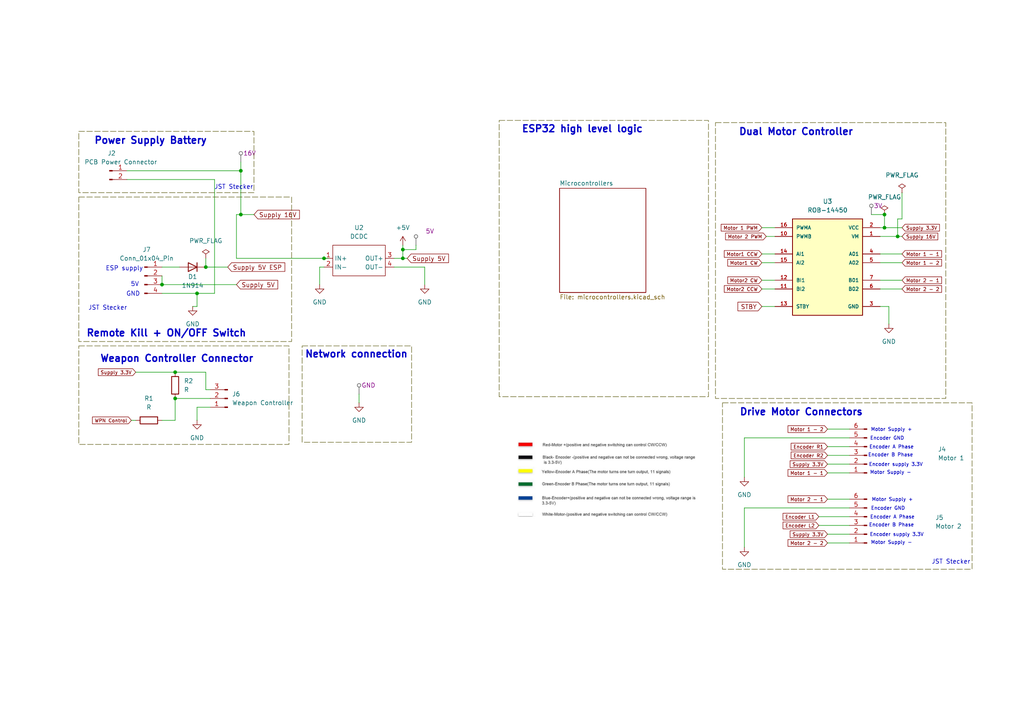
<source format=kicad_sch>
(kicad_sch (version 20250114) (generator "eeschema") (generator_version "9.0")
  (paper "A4")
  (lib_symbols
    (symbol "Connector:Conn_01x02_Pin" (pin_names (offset 1.016) (hide yes))
      (property "Reference" "J" (at 0 2.54 0))
      (property "Value" "Conn_01x02_Pin" (at 0 -5.08 0))
      (symbol "Conn_01x02_Pin_1_1"
        (rectangle (start 0.8636 0.127) (end 0 -0.127) (stroke (width 0.1524)) (fill (type outline)))
        (rectangle (start 0.8636 -2.413) (end 0 -2.667) (stroke (width 0.1524)) (fill (type outline)))
        (polyline (pts (xy 1.27 0) (xy 0.8636 0)) (stroke (width 0.1524)))
        (polyline (pts (xy 1.27 -2.54) (xy 0.8636 -2.54)) (stroke (width 0.1524)))
        (pin passive line (at 5.08 0 180) (length 3.81) (name "Pin_1") (number "1"))
        (pin passive line (at 5.08 -2.54 180) (length 3.81) (name "Pin_2") (number "2"))
      )
    )
    (symbol "Connector:Conn_01x03_Pin" (pin_names (offset 1.016) (hide yes))
      (property "Reference" "J" (at 0 5.08 0))
      (property "Value" "Conn_01x03_Pin" (at 0 -5.08 0))
      (symbol "Conn_01x03_Pin_1_1"
        (rectangle (start 0.8636 2.667) (end 0 2.413) (stroke (width 0.1524)) (fill (type outline)))
        (rectangle (start 0.8636 0.127) (end 0 -0.127) (stroke (width 0.1524)) (fill (type outline)))
        (rectangle (start 0.8636 -2.413) (end 0 -2.667) (stroke (width 0.1524)) (fill (type outline)))
        (polyline (pts (xy 1.27 2.54) (xy 0.8636 2.54)) (stroke (width 0.1524)))
        (polyline (pts (xy 1.27 0) (xy 0.8636 0)) (stroke (width 0.1524)))
        (polyline (pts (xy 1.27 -2.54) (xy 0.8636 -2.54)) (stroke (width 0.1524)))
        (pin passive line (at 5.08 2.54 180) (length 3.81) (name "Pin_1") (number "1"))
        (pin passive line (at 5.08 0 180) (length 3.81) (name "Pin_2") (number "2"))
        (pin passive line (at 5.08 -2.54 180) (length 3.81) (name "Pin_3") (number "3"))
      )
    )
    (symbol "Connector:Conn_01x04_Pin" (pin_names (offset 1.016) (hide yes))
      (property "Reference" "J" (at 0 5.08 0))
      (property "Value" "Conn_01x04_Pin" (at 0 -7.62 0))
      (symbol "Conn_01x04_Pin_1_1"
        (rectangle (start 0.8636 2.667) (end 0 2.413) (stroke (width 0.1524)) (fill (type outline)))
        (rectangle (start 0.8636 0.127) (end 0 -0.127) (stroke (width 0.1524)) (fill (type outline)))
        (rectangle (start 0.8636 -2.413) (end 0 -2.667) (stroke (width 0.1524)) (fill (type outline)))
        (rectangle (start 0.8636 -4.953) (end 0 -5.207) (stroke (width 0.1524)) (fill (type outline)))
        (polyline (pts (xy 1.27 2.54) (xy 0.8636 2.54)) (stroke (width 0.1524)))
        (polyline (pts (xy 1.27 0) (xy 0.8636 0)) (stroke (width 0.1524)))
        (polyline (pts (xy 1.27 -2.54) (xy 0.8636 -2.54)) (stroke (width 0.1524)))
        (polyline (pts (xy 1.27 -5.08) (xy 0.8636 -5.08)) (stroke (width 0.1524)))
        (pin passive line (at 5.08 2.54 180) (length 3.81) (name "Pin_1") (number "1"))
        (pin passive line (at 5.08 0 180) (length 3.81) (name "Pin_2") (number "2"))
        (pin passive line (at 5.08 -2.54 180) (length 3.81) (name "Pin_3") (number "3"))
        (pin passive line (at 5.08 -5.08 180) (length 3.81) (name "Pin_4") (number "4"))
      )
    )
    (symbol "Connector:Conn_01x06_Pin" (pin_names (offset 1.016) (hide yes))
      (property "Reference" "J" (at 0 7.62 0))
      (property "Value" "Conn_01x06_Pin" (at 0 -10.16 0))
      (symbol "Conn_01x06_Pin_1_1"
        (rectangle (start 0.8636 5.207) (end 0 4.953) (stroke (width 0.1524)) (fill (type outline)))
        (rectangle (start 0.8636 2.667) (end 0 2.413) (stroke (width 0.1524)) (fill (type outline)))
        (rectangle (start 0.8636 0.127) (end 0 -0.127) (stroke (width 0.1524)) (fill (type outline)))
        (rectangle (start 0.8636 -2.413) (end 0 -2.667) (stroke (width 0.1524)) (fill (type outline)))
        (rectangle (start 0.8636 -4.953) (end 0 -5.207) (stroke (width 0.1524)) (fill (type outline)))
        (rectangle (start 0.8636 -7.493) (end 0 -7.747) (stroke (width 0.1524)) (fill (type outline)))
        (polyline (pts (xy 1.27 5.08) (xy 0.8636 5.08)) (stroke (width 0.1524)))
        (polyline (pts (xy 1.27 2.54) (xy 0.8636 2.54)) (stroke (width 0.1524)))
        (polyline (pts (xy 1.27 0) (xy 0.8636 0)) (stroke (width 0.1524)))
        (polyline (pts (xy 1.27 -2.54) (xy 0.8636 -2.54)) (stroke (width 0.1524)))
        (polyline (pts (xy 1.27 -5.08) (xy 0.8636 -5.08)) (stroke (width 0.1524)))
        (polyline (pts (xy 1.27 -7.62) (xy 0.8636 -7.62)) (stroke (width 0.1524)))
        (pin passive line (at 5.08 5.08 180) (length 3.81) (name "Pin_1") (number "1"))
        (pin passive line (at 5.08 2.54 180) (length 3.81) (name "Pin_2") (number "2"))
        (pin passive line (at 5.08 0 180) (length 3.81) (name "Pin_3") (number "3"))
        (pin passive line (at 5.08 -2.54 180) (length 3.81) (name "Pin_4") (number "4"))
        (pin passive line (at 5.08 -5.08 180) (length 3.81) (name "Pin_5") (number "5"))
        (pin passive line (at 5.08 -7.62 180) (length 3.81) (name "Pin_6") (number "6"))
      )
    )
    (symbol "Device:R" (pin_numbers (hide yes)) (pin_names (offset 0))
      (property "Reference" "R" (at 2.032 0 90))
      (property "Value" "R" (at 0 0 90))
      (symbol "R_0_1"
        (rectangle (start -1.016 -2.54) (end 1.016 2.54) (stroke (width 0.254)))
      )
      (symbol "R_1_1"
        (pin passive line (at 0 3.81 270) (length 1.27) (name "~") (number "1"))
        (pin passive line (at 0 -3.81 90) (length 1.27) (name "~") (number "2"))
      )
    )
    (symbol "Diode:1N914" (pin_numbers (hide yes)) (pin_names (hide yes))
      (property "Reference" "D" (at 0 2.54 0))
      (property "Value" "1N914" (at 0 -2.54 0))
      (symbol "1N914_0_1"
        (polyline (pts (xy -1.27 1.27) (xy -1.27 -1.27)) (stroke (width 0.254)))
        (polyline (pts (xy 1.27 1.27) (xy 1.27 -1.27) (xy -1.27 0) (xy 1.27 1.27)) (stroke (width 0.254)))
        (polyline (pts (xy 1.27 0) (xy -1.27 0)))
      )
      (symbol "1N914_1_1"
        (pin passive line (at -3.81 0 0) (length 2.54) (name "K") (number "1"))
        (pin passive line (at 3.81 0 180) (length 2.54) (name "A") (number "2"))
      )
    )
    (symbol "ROB-14450:ROB-14450" (pin_names (offset 1.016))
      (property "Reference" "U" (at -10.16 16.002 0))
      (property "Value" "ROB-14450" (at -10.16 -15.24 0))
      (symbol "ROB-14450_0_0"
        (rectangle (start -10.16 -12.7) (end 10.16 15.24) (stroke (width 0.254)) (fill (type background)))
        (pin input line (at -15.24 12.7 0) (length 5.08) (name "PWMA") (number "16"))
        (pin input line (at -15.24 10.16 0) (length 5.08) (name "PWMB") (number "10"))
        (pin input line (at -15.24 5.08 0) (length 5.08) (name "AI1") (number "14"))
        (pin input line (at -15.24 2.54 0) (length 5.08) (name "AI2") (number "15"))
        (pin input line (at -15.24 -2.54 0) (length 5.08) (name "BI1") (number "12"))
        (pin input line (at -15.24 -5.08 0) (length 5.08) (name "BI2") (number "11"))
        (pin input line (at -15.24 -10.16 0) (length 5.08) (name "STBY") (number "13"))
        (pin power_in line (at 15.24 12.7 180) (length 5.08) (name "VCC") (number "2"))
        (pin power_in line (at 15.24 10.16 180) (length 5.08) (name "VM") (number "1"))
        (pin output line (at 15.24 5.08 180) (length 5.08) (name "A01") (number "4"))
        (pin output line (at 15.24 2.54 180) (length 5.08) (name "A02") (number "5"))
        (pin output line (at 15.24 -2.54 180) (length 5.08) (name "B01") (number "7"))
        (pin output line (at 15.24 -5.08 180) (length 5.08) (name "B02") (number "6"))
        (pin power_in line (at 15.24 -10.16 180) (length 5.08) (name "GND") (number "3"))
        (pin power_in line (at 15.24 -10.16 180) (length 5.08) (hide yes) (name "GND") (number "8"))
        (pin power_in line (at 15.24 -10.16 180) (length 5.08) (hide yes) (name "GND") (number "9"))
      )
    )
    (symbol "buck_converter_robofetz:buck_converter_robofetz"
      (property "Reference" "U" (at 0 0 0))
      (symbol "buck_converter_robofetz_0_1"
        (rectangle (start -7.62 -1.27) (end 7.62 -10.16))
      )
      (symbol "buck_converter_robofetz_1_1"
        (pin power_in line (at -10.16 -5.08 0) (length 2.54) (name "IN+") (number "1"))
        (pin power_in line (at -10.16 -7.62 0) (length 2.54) (name "IN-") (number "2"))
        (pin power_out line (at 10.16 -5.08 180) (length 2.54) (name "OUT+") (number "3"))
        (pin power_out line (at 10.16 -7.62 180) (length 2.54) (name "OUT-") (number "4"))
      )
    )
    (symbol "power:+5V" (power) (pin_numbers (hide yes)) (pin_names (offset 0) (hide yes))
      (property "Value" "+5V" (at 0 3.556 0))
      (symbol "+5V_0_1"
        (polyline (pts (xy -0.762 1.27) (xy 0 2.54)))
        (polyline (pts (xy 0 2.54) (xy 0.762 1.27)))
        (polyline (pts (xy 0 0) (xy 0 2.54)))
      )
      (symbol "+5V_1_1"
        (pin power_in line (at 0 0 90) (length 0) (name "~") (number "1"))
      )
    )
    (symbol "power:GND" (power) (pin_numbers (hide yes)) (pin_names (offset 0) (hide yes))
      (property "Value" "GND" (at 0 -3.81 0))
      (symbol "GND_0_1"
        (polyline (pts (xy 0 0) (xy 0 -1.27) (xy 1.27 -1.27) (xy 0 -2.54) (xy -1.27 -1.27) (xy 0 -1.27)))
      )
      (symbol "GND_1_1"
        (pin power_in line (at 0 0 270) (length 0) (name "~") (number "1"))
      )
    )
    (symbol "power:PWR_FLAG" (power) (pin_numbers (hide yes)) (pin_names (offset 0) (hide yes))
      (property "Value" "PWR_FLAG" (at 0 3.81 0))
      (symbol "PWR_FLAG_0_0"
        (pin power_out line (at 0 0 90) (length 0) (name "~") (number "1"))
      )
      (symbol "PWR_FLAG_0_1"
        (polyline (pts (xy 0 0) (xy 0 1.27) (xy -1.016 1.905) (xy 0 2.54) (xy 1.016 1.905) (xy 0 1.27)))
      )
    )
  )
  (rectangle (start 22.86 38.1) (end 73.66 55.88) (stroke (width 0) (type dash) (color 97 95 24 1)))
  (rectangle (start 207.518 35.56) (end 274.32 115.57) (stroke (width 0) (type dash) (color 97 95 24 1)))
  (rectangle (start 22.86 57.15) (end 84.582 99.06) (stroke (width 0) (type dash) (color 97 95 24 1)))
  (rectangle (start 209.55 116.84) (end 281.94 165.1) (stroke (width 0) (type dash) (color 97 95 24 1)))
  (rectangle (start 87.63 100.33) (end 119.38 128.27) (stroke (width 0) (type dash) (color 97 95 24 1)))
  (rectangle (start 144.78 34.925) (end 205.486 115.062) (stroke (width 0) (type dash) (color 97 95 24 1)))
  (rectangle (start 22.86 100.33) (end 83.82 128.905) (stroke (width 0) (type dash) (color 97 95 24 1)))
  (text "Encoder B Phase" (at 258.572 152.4 0) (effects (font (size 1 1))))
  (text "Encoder GND" (at 257.556 147.574 0) (effects (font (size 1 1))))
  (text "Remote Kill + ON/OFF Switch" (at 48.26 96.774 0) (effects (font (size 2 2) (thickness 0.4) (bold yes))))
  (text "Motor Supply -" (at 258.572 157.48 0) (effects (font (size 1 1))))
  (text "JST Stecker\n" (at 67.818 54.356 0) (effects (font (size 1.27 1.27))))
  (text "JST Stecker\n" (at 275.844 163.068 0) (effects (font (size 1.27 1.27))))
  (text "Encoder GND" (at 257.302 127.254 0) (effects (font (size 1 1))))
  (text "ESP supply" (at 36.068 77.978 0) (effects (font (size 1.27 1.27))))
  (text "Weapon Controller Connector" (at 51.308 104.14 0) (effects (font (size 2 2) (thickness 0.4) (bold yes))))
  (text "JST Stecker\n" (at 31.242 89.408 0) (effects (font (size 1.27 1.27))))
  (text "5V" (at 39.116 82.55 0) (effects (font (size 1.27 1.27))))
  (text "ESP32 high level logic\n\n\n" (at 168.91 40.767 0) (effects (font (size 2 2) (thickness 0.4) (bold yes))))
  (text "Motor Supply +" (at 258.572 124.714 0) (effects (font (size 1 1))))
  (text "Encoder A Phase" (at 258.572 129.794 0) (effects (font (size 1 1))))
  (text "Drive Motor Connectors\n" (at 232.41 119.634 0) (effects (font (size 2 2) (thickness 0.4) (bold yes))))
  (text "Encoder supply 3.3V" (at 259.842 134.874 0) (effects (font (size 1 1))))
  (text "Motor Supply -" (at 258.318 137.16 0) (effects (font (size 1 1))))
  (text "Encoder A Phase" (at 258.826 150.114 0) (effects (font (size 1 1))))
  (text "Encoder B Phase" (at 258.318 132.08 0) (effects (font (size 1 1))))
  (text "Encoder supply 3.3V" (at 260.096 155.194 0) (effects (font (size 1 1))))
  (text "Network connection" (at 103.378 102.87 0) (effects (font (size 2 2) (thickness 0.4) (bold yes))))
  (text "Motor Supply +" (at 258.826 145.034 0) (effects (font (size 1 1))))
  (text "Dual Motor Controller\n" (at 230.886 38.354 0) (effects (font (size 2 2) (thickness 0.4) (bold yes))))
  (text "GND\n" (at 38.608 85.344 0) (effects (font (size 1.27 1.27))))
  (text "Power Supply Battery" (at 43.688 40.894 0) (effects (font (size 2 2) (thickness 0.4) (bold yes))))
  (junction (at 256.54 66.04))
  (junction (at 116.84 74.93))
  (junction (at 256.54 62.23))
  (junction (at 57.15 85.09))
  (junction (at 69.85 49.53))
  (junction (at 260.35 68.58))
  (junction (at 116.84 72.39))
  (junction (at 93.98 74.93))
  (junction (at 50.8 107.95))
  (junction (at 69.85 62.23))
  (junction (at 50.8 115.57))
  (junction (at 46.99 82.55))
  (junction (at 59.69 77.47))
  (wire (pts (xy 252.73 62.23) (xy 256.54 62.23)))
  (wire (pts (xy 255.27 76.2) (xy 261.62 76.2)))
  (wire (pts (xy 255.27 68.58) (xy 260.35 68.58)))
  (wire (pts (xy 256.54 66.04) (xy 261.62 66.04)))
  (wire (pts (xy 68.58 62.23) (xy 68.58 74.93)))
  (wire (pts (xy 220.98 76.2) (xy 224.79 76.2)))
  (wire (pts (xy 220.98 88.9) (xy 224.79 88.9)))
  (wire (pts (xy 220.98 83.82) (xy 224.79 83.82)))
  (wire (pts (xy 255.27 81.28) (xy 261.62 81.28)))
  (wire (pts (xy 93.98 74.93) (xy 95.25 74.93)))
  (wire (pts (xy 240.03 129.54) (xy 246.38 129.54)))
  (wire (pts (xy 62.23 52.07) (xy 62.23 85.09)))
  (wire (pts (xy 114.3 77.47) (xy 123.19 77.47)))
  (wire (pts (xy 92.71 77.47) (xy 93.98 77.47)))
  (wire (pts (xy 36.83 49.53) (xy 69.85 49.53)))
  (wire (pts (xy 257.81 88.9) (xy 257.81 93.98)))
  (wire (pts (xy 114.3 74.93) (xy 116.84 74.93)))
  (wire (pts (xy 69.85 49.53) (xy 69.85 46.99)))
  (wire (pts (xy 237.49 149.86) (xy 246.38 149.86)))
  (wire (pts (xy 261.62 63.5) (xy 260.35 63.5)))
  (wire (pts (xy 68.58 74.93) (xy 93.98 74.93)))
  (wire (pts (xy 50.8 107.95) (xy 59.69 107.95)))
  (wire (pts (xy 60.96 118.11) (xy 57.15 118.11)))
  (wire (pts (xy 46.99 82.55) (xy 68.58 82.55)))
  (wire (pts (xy 246.38 127) (xy 215.9 127)))
  (wire (pts (xy 260.35 63.5) (xy 260.35 68.58)))
  (wire (pts (xy 215.9 127) (xy 215.9 138.43)))
  (wire (pts (xy 237.49 152.4) (xy 246.38 152.4)))
  (wire (pts (xy 104.14 114.3) (xy 104.14 116.84)))
  (wire (pts (xy 260.35 68.58) (xy 261.62 68.58)))
  (wire (pts (xy 240.03 134.62) (xy 246.38 134.62)))
  (wire (pts (xy 215.9 147.32) (xy 215.9 158.75)))
  (wire (pts (xy 240.03 124.46) (xy 246.38 124.46)))
  (wire (pts (xy 240.03 132.08) (xy 246.38 132.08)))
  (wire (pts (xy 116.84 74.93) (xy 118.11 74.93)))
  (wire (pts (xy 59.69 113.03) (xy 60.96 113.03)))
  (wire (pts (xy 57.15 118.11) (xy 57.15 121.92)))
  (wire (pts (xy 246.38 147.32) (xy 215.9 147.32)))
  (wire (pts (xy 59.69 74.93) (xy 59.69 77.47)))
  (wire (pts (xy 46.99 77.47) (xy 52.07 77.47)))
  (wire (pts (xy 120.65 71.12) (xy 120.65 72.39)))
  (wire (pts (xy 57.15 88.9) (xy 55.88 88.9)))
  (wire (pts (xy 59.69 107.95) (xy 59.69 113.03)))
  (wire (pts (xy 120.65 72.39) (xy 116.84 72.39)))
  (wire (pts (xy 36.83 52.07) (xy 62.23 52.07)))
  (wire (pts (xy 46.99 85.09) (xy 57.15 85.09)))
  (wire (pts (xy 92.71 77.47) (xy 92.71 82.55)))
  (wire (pts (xy 255.27 83.82) (xy 261.62 83.82)))
  (wire (pts (xy 39.37 107.95) (xy 50.8 107.95)))
  (wire (pts (xy 240.03 137.16) (xy 246.38 137.16)))
  (wire (pts (xy 38.1 121.92) (xy 39.37 121.92)))
  (wire (pts (xy 46.99 80.01) (xy 46.99 82.55)))
  (wire (pts (xy 50.8 115.57) (xy 50.8 121.92)))
  (wire (pts (xy 261.62 55.88) (xy 261.62 63.5)))
  (wire (pts (xy 240.03 154.94) (xy 246.38 154.94)))
  (wire (pts (xy 256.54 62.23) (xy 256.54 66.04)))
  (wire (pts (xy 116.84 72.39) (xy 116.84 74.93)))
  (wire (pts (xy 57.15 85.09) (xy 57.15 88.9)))
  (wire (pts (xy 255.27 73.66) (xy 261.62 73.66)))
  (wire (pts (xy 240.03 144.78) (xy 246.38 144.78)))
  (wire (pts (xy 116.84 71.12) (xy 116.84 72.39)))
  (wire (pts (xy 255.27 88.9) (xy 257.81 88.9)))
  (wire (pts (xy 69.85 49.53) (xy 69.85 62.23)))
  (wire (pts (xy 69.85 62.23) (xy 73.66 62.23)))
  (wire (pts (xy 50.8 121.92) (xy 46.99 121.92)))
  (wire (pts (xy 240.03 157.48) (xy 246.38 157.48)))
  (wire (pts (xy 57.15 85.09) (xy 62.23 85.09)))
  (wire (pts (xy 59.69 77.47) (xy 66.04 77.47)))
  (wire (pts (xy 220.98 73.66) (xy 224.79 73.66)))
  (wire (pts (xy 220.98 66.04) (xy 224.79 66.04)))
  (wire (pts (xy 220.98 81.28) (xy 224.79 81.28)))
  (wire (pts (xy 68.58 62.23) (xy 69.85 62.23)))
  (wire (pts (xy 222.25 68.58) (xy 224.79 68.58)))
  (wire (pts (xy 123.19 77.47) (xy 123.19 82.55)))
  (wire (pts (xy 255.27 66.04) (xy 256.54 66.04)))
  (wire (pts (xy 50.8 115.57) (xy 60.96 115.57)))
  (image (at 176.276 137.414) (scale 1.25966))
  (global_label "Encoder R2" (shape input) (at 240.03 132.08 180) (effects (font (size 1 1))) (property "Intersheetrefs" "${INTERSHEET_REFS}" (effects (hide yes))))
  (global_label "Motor1 CW" (shape input) (at 220.98 76.2 180) (effects (font (size 1 1))) (property "Intersheetrefs" "${INTERSHEET_REFS}" (effects (hide yes))))
  (global_label "Encoder R1" (shape input) (at 240.03 129.54 180) (effects (font (size 1 1))) (property "Intersheetrefs" "${INTERSHEET_REFS}" (effects (hide yes))))
  (global_label "Motor 1 - 1" (shape input) (at 240.03 137.16 180) (effects (font (size 1 1))) (property "Intersheetrefs" "${INTERSHEET_REFS}" (effects (hide yes))))
  (global_label "Supply 3.3V" (shape input) (at 261.62 66.04 0) (effects (font (size 1 1))) (property "Intersheetrefs" "${INTERSHEET_REFS}" (effects (hide yes))))
  (global_label "Supply 5V" (shape input) (at 68.58 82.55 0) (property "Intersheetrefs" "${INTERSHEET_REFS}" (effects (hide yes))))
  (global_label "Motor1 CCW" (shape input) (at 220.98 73.66 180) (effects (font (size 1 1))) (property "Intersheetrefs" "${INTERSHEET_REFS}" (effects (hide yes))))
  (global_label "WPN Control" (shape input) (at 38.1 121.92 180) (effects (font (size 1 1))) (property "Intersheetrefs" "${INTERSHEET_REFS}" (effects (hide yes))))
  (global_label "Supply 16V" (shape input) (at 261.62 68.58 0) (effects (font (size 1 1))) (property "Intersheetrefs" "${INTERSHEET_REFS}" (effects (hide yes))))
  (global_label "Motor 1 - 1" (shape input) (at 261.62 73.66 0) (effects (font (size 1 1))) (property "Intersheetrefs" "${INTERSHEET_REFS}" (effects (hide yes))))
  (global_label "Encoder L2" (shape input) (at 237.49 152.4 180) (effects (font (size 1 1))) (property "Intersheetrefs" "${INTERSHEET_REFS}" (effects (hide yes))))
  (global_label "STBY" (shape input) (at 220.98 88.9 180) (property "Intersheetrefs" "${INTERSHEET_REFS}" (effects (hide yes))))
  (global_label "Motor2 CW" (shape input) (at 220.98 81.28 180) (effects (font (size 1 1))) (property "Intersheetrefs" "${INTERSHEET_REFS}" (effects (hide yes))))
  (global_label "Motor 2 - 2" (shape input) (at 240.03 157.48 180) (effects (font (size 1 1))) (property "Intersheetrefs" "${INTERSHEET_REFS}" (effects (hide yes))))
  (global_label "Supply 3.3V" (shape input) (at 39.37 107.95 180) (effects (font (size 1 1))) (property "Intersheetrefs" "${INTERSHEET_REFS}" (effects (hide yes))))
  (global_label "Motor 2 PWM" (shape input) (at 222.25 68.58 180) (effects (font (size 1 1))) (property "Intersheetrefs" "${INTERSHEET_REFS}" (effects (hide yes))))
  (global_label "Motor 1 - 2" (shape input) (at 240.03 124.46 180) (effects (font (size 1 1))) (property "Intersheetrefs" "${INTERSHEET_REFS}" (effects (hide yes))))
  (global_label "Motor 1 PWM" (shape input) (at 220.98 66.04 180) (effects (font (size 1 1))) (property "Intersheetrefs" "${INTERSHEET_REFS}" (effects (hide yes))))
  (global_label "Supply 5V" (shape input) (at 118.11 74.93 0) (property "Intersheetrefs" "${INTERSHEET_REFS}" (effects (hide yes))))
  (global_label "Supply 16V" (shape input) (at 73.66 62.23 0) (property "Intersheetrefs" "${INTERSHEET_REFS}" (effects (hide yes))))
  (global_label "Motor 1 - 2" (shape input) (at 261.62 76.2 0) (effects (font (size 1 1))) (property "Intersheetrefs" "${INTERSHEET_REFS}" (effects (hide yes))))
  (global_label "Supply 5V ESP" (shape input) (at 66.04 77.47 0) (property "Intersheetrefs" "${INTERSHEET_REFS}" (effects (hide yes))))
  (global_label "Encoder L1" (shape input) (at 237.49 149.86 180) (effects (font (size 1 1))) (property "Intersheetrefs" "${INTERSHEET_REFS}" (effects (hide yes))))
  (global_label "Supply 3.3V" (shape input) (at 240.03 154.94 180) (effects (font (size 1 1))) (property "Intersheetrefs" "${INTERSHEET_REFS}" (effects (hide yes))))
  (global_label "Supply 3.3V" (shape input) (at 240.03 134.62 180) (effects (font (size 1 1))) (property "Intersheetrefs" "${INTERSHEET_REFS}" (effects (hide yes))))
  (global_label "Motor2 CCW" (shape input) (at 220.98 83.82 180) (effects (font (size 1 1))) (property "Intersheetrefs" "${INTERSHEET_REFS}" (effects (hide yes))))
  (global_label "Motor 2 - 1" (shape input) (at 240.03 144.78 180) (effects (font (size 1 1))) (property "Intersheetrefs" "${INTERSHEET_REFS}" (effects (hide yes))))
  (global_label "Motor 2 - 1" (shape input) (at 261.62 81.28 0) (effects (font (size 1 1))) (property "Intersheetrefs" "${INTERSHEET_REFS}" (effects (hide yes))))
  (global_label "Motor 2 - 2" (shape input) (at 261.62 83.82 0) (effects (font (size 1 1))) (property "Intersheetrefs" "${INTERSHEET_REFS}" (effects (hide yes))))
  (netclass_flag "" (length 2.54) (shape round) (at 252.73 62.23 0) (property "Netclass" "3V" (at 253.4285 59.69 0) (effects (justify left))))
  (netclass_flag "" (length 2.54) (shape round) (at 104.14 114.3 0) (property "Netclass" "GND" (at 104.8385 111.76 0) (effects (justify left))))
  (netclass_flag "" (length 2.54) (shape round) (at 69.85 46.99 0) (property "Netclass" "16V" (at 70.5485 44.45 0) (effects (justify left))))
  (netclass_flag "" (length 2.54) (shape round) (at 120.65 71.12 0) (property "Netclass" "5V" (at 123.444 67.056 0) (effects (justify left))))
  (symbol (lib_id "power:PWR_FLAG") (at 256.54 62.23 0) (unit 1)
    (property "Reference" "#FLG03" (effects (hide yes)))
    (property "Value" "PWR_FLAG" (at 256.54 57.15 0))
    (property "Description" "Special symbol for telling ERC where power comes from" (effects (hide yes)))
  )
  (symbol (lib_id "Connector:Conn_01x02_Pin") (at 31.75 49.53 0) (unit 1)
    (property "Reference" "J2" (at 32.385 44.45 0))
    (property "Value" "PCB Power Connector" (at 35.052 46.99 0))
    (property "Footprint" "Connector_JST:JST_EH_B2B-EH-A_1x02_P2.50mm_Vertical" (effects (hide yes)))
    (property "Description" "Generic connector, single row, 01x02, script generated" (effects (hide yes)))
  )
  (symbol (lib_id "power:PWR_FLAG") (at 261.62 55.88 0) (unit 1)
    (property "Reference" "#FLG04" (effects (hide yes)))
    (property "Value" "PWR_FLAG" (at 261.62 50.8 0))
    (property "Description" "Special symbol for telling ERC where power comes from" (effects (hide yes)))
  )
  (symbol (lib_id "buck_converter_robofetz:buck_converter_robofetz") (at 104.14 69.85 0) (unit 1)
    (property "Reference" "U2" (at 104.14 66.04 0))
    (property "Value" "DCDC" (at 104.14 68.58 0))
    (property "Footprint" "buck_converter_robofetz:buck_converter_robofetz" (effects (hide yes)))
  )
  (symbol (lib_id "Connector:Conn_01x03_Pin") (at 66.04 115.57 180) (unit 1)
    (property "Reference" "J6" (at 67.31 114.2999 0) (effects (justify right)))
    (property "Value" "Weapon Controller" (at 67.31 116.8399 0) (effects (justify right)))
    (property "Footprint" "Connector_JST:JST_EH_B3B-EH-A_1x03_P2.50mm_Vertical" (effects (hide yes)))
    (property "Description" "Generic connector, single row, 01x03, script generated" (effects (hide yes)))
  )
  (symbol (lib_id "power:GND") (at 55.88 88.9 0) (unit 1)
    (property "Reference" "#PWR010" (effects (hide yes)))
    (property "Value" "GND" (at 55.88 93.98 0))
    (property "Description" "Power symbol creates a global label with name \"GND\" , ground" (effects (hide yes)))
  )
  (symbol (lib_id "Connector:Conn_01x04_Pin") (at 41.91 80.01 0) (unit 1)
    (property "Reference" "J7" (at 42.545 72.39 0))
    (property "Value" "Conn_01x04_Pin" (at 42.545 74.93 0))
    (property "Footprint" "Connector_JST:JST_EH_B4B-EH-A_1x04_P2.50mm_Vertical" (effects (hide yes)))
    (property "Description" "Generic connector, single row, 01x04, script generated" (effects (hide yes)))
  )
  (symbol (lib_id "Device:R") (at 50.8 111.76 0) (unit 1)
    (property "Reference" "R2" (at 53.34 110.4899 0) (effects (justify left)))
    (property "Value" "R" (at 53.34 113.0299 0) (effects (justify left)))
    (property "Footprint" "Resistor_THT:R_Axial_DIN0204_L3.6mm_D1.6mm_P1.90mm_Vertical" (effects (hide yes)))
    (property "Description" "Resistor" (effects (hide yes)))
  )
  (symbol (lib_id "power:GND") (at 57.15 121.92 0) (unit 1)
    (property "Reference" "#PWR05" (effects (hide yes)))
    (property "Value" "GND" (at 57.15 127 0))
    (property "Description" "Power symbol creates a global label with name \"GND\" , ground" (effects (hide yes)))
  )
  (symbol (lib_id "Device:R") (at 43.18 121.92 90) (unit 1)
    (property "Reference" "R1" (at 43.18 115.57 90))
    (property "Value" "R" (at 43.18 118.11 90))
    (property "Footprint" "Resistor_THT:R_Axial_DIN0204_L3.6mm_D1.6mm_P1.90mm_Vertical" (effects (hide yes)))
    (property "Description" "Resistor" (effects (hide yes)))
  )
  (symbol (lib_id "power:+5V") (at 116.84 71.12 0) (unit 1)
    (property "Reference" "#PWR012" (effects (hide yes)))
    (property "Value" "+5V" (at 116.84 66.04 0))
    (property "Description" "Power symbol creates a global label with name \"+5V\"" (effects (hide yes)))
  )
  (symbol (lib_id "power:GND") (at 257.81 93.98 0) (unit 1)
    (property "Reference" "#PWR02" (effects (hide yes)))
    (property "Value" "GND" (at 257.81 99.06 0))
    (property "Description" "Power symbol creates a global label with name \"GND\" , ground" (effects (hide yes)))
  )
  (symbol (lib_id "Connector:Conn_01x06_Pin") (at 251.46 132.08 180) (unit 1)
    (property "Reference" "J4" (at 272.034 130.302 0) (effects (justify right)))
    (property "Value" "Motor 1" (at 272.034 132.842 0) (effects (justify right)))
    (property "Footprint" "Connector_JST:JST_EH_B6B-EH-A_1x06_P2.50mm_Vertical" (effects (hide yes)))
    (property "Description" "Generic connector, single row, 01x06, script generated" (effects (hide yes)))
  )
  (symbol (lib_id "Connector:Conn_01x06_Pin") (at 251.46 152.4 180) (unit 1)
    (property "Reference" "J5" (at 271.272 150.114 0) (effects (justify right)))
    (property "Value" "Motor 2" (at 271.272 152.654 0) (effects (justify right)))
    (property "Footprint" "Connector_JST:JST_EH_B6B-EH-A_1x06_P2.50mm_Vertical" (effects (hide yes)))
    (property "Description" "Generic connector, single row, 01x06, script generated" (effects (hide yes)))
  )
  (symbol (lib_id "power:PWR_FLAG") (at 59.69 74.93 0) (unit 1)
    (property "Reference" "#FLG01" (effects (hide yes)))
    (property "Value" "PWR_FLAG" (at 59.69 69.85 0))
    (property "Description" "Special symbol for telling ERC where power comes from" (effects (hide yes)))
  )
  (symbol (lib_id "power:GND") (at 104.14 116.84 0) (unit 1)
    (property "Reference" "#PWR015" (effects (hide yes)))
    (property "Value" "GND" (at 104.14 121.92 0))
    (property "Description" "Power symbol creates a global label with name \"GND\" , ground" (effects (hide yes)))
  )
  (symbol (lib_id "power:GND") (at 123.19 82.55 0) (unit 1)
    (property "Reference" "#PWR01" (effects (hide yes)))
    (property "Value" "GND" (at 123.19 87.63 0))
    (property "Description" "Power symbol creates a global label with name \"GND\" , ground" (effects (hide yes)))
  )
  (symbol (lib_id "power:GND") (at 92.71 82.55 0) (unit 1)
    (property "Reference" "#PWR013" (effects (hide yes)))
    (property "Value" "GND" (at 92.71 87.63 0))
    (property "Description" "Power symbol creates a global label with name \"GND\" , ground" (effects (hide yes)))
  )
  (symbol (lib_id "power:GND") (at 215.9 158.75 0) (unit 1)
    (property "Reference" "#PWR04" (effects (hide yes)))
    (property "Value" "GND" (at 215.9 163.83 0))
    (property "Description" "Power symbol creates a global label with name \"GND\" , ground" (effects (hide yes)))
  )
  (symbol (lib_id "power:GND") (at 215.9 138.43 0) (unit 1)
    (property "Reference" "#PWR03" (effects (hide yes)))
    (property "Value" "GND" (at 215.9 143.51 0))
    (property "Description" "Power symbol creates a global label with name \"GND\" , ground" (effects (hide yes)))
  )
  (symbol (lib_id "ROB-14450:ROB-14450") (at 240.03 78.74 0) (unit 1)
    (property "Reference" "U3" (at 240.03 58.42 0))
    (property "Value" "ROB-14450" (at 240.03 60.96 0))
    (property "Footprint" "ROB-14450:ROB14450" (effects (hide yes)))
    (property "MF" "SparkFun Electronics" (effects (hide yes)))
    (property "Description_1" "TB6612FNG - Motor Controller/Driver Power Management Evaluation Board" (effects (hide yes)))
    (property "Package" "None" (effects (hide yes)))
    (property "Price" "None" (effects (hide yes)))
    (property "Check_prices" "https://www.snapeda.com/parts/ROB-14450/SparkFun/view-part/?ref=eda" (effects (hide yes)))
    (property "STANDARD" "Manufacturer Recommendation" (effects (hide yes)))
    (property "PARTREV" "11-13-17" (effects (hide yes)))
    (property "SnapEDA_Link" "https://www.snapeda.com/parts/ROB-14450/SparkFun/view-part/?ref=snap" (effects (hide yes)))
    (property "MP" "ROB-14450" (effects (hide yes)))
    (property "Purchase-URL" "https://www.snapeda.com/api/url_track_click_mouser/?unipart_id=2656367&manufacturer=SparkFun Electronics&part_name=ROB-14450&search_term=None" (effects (hide yes)))
    (property "Availability" "Not in stock" (effects (hide yes)))
    (property "MANUFACTURER" "Sparkfun Electronics" (effects (hide yes)))
  )
  (symbol (lib_id "Diode:1N914") (at 55.88 77.47 180) (unit 1)
    (property "Reference" "D1" (at 55.88 80.264 0))
    (property "Value" "1N914" (at 55.88 82.804 0))
    (property "Footprint" "Diode_THT:D_DO-35_SOD27_P7.62mm_Horizontal" (effects (hide yes)))
    (property "Datasheet" "http://www.vishay.com/docs/85622/1n914.pdf" (effects (hide yes)))
    (property "Description" "100V 0.3A Small Signal Fast Switching Diode, DO-35" (effects (hide yes)))
    (property "Sim.Device" "D" (effects (hide yes)))
    (property "Sim.Pins" "1=K 2=A" (effects (hide yes)))
  )
  (sheet (at 162.306 54.61) (size 25.019 30.226) (stroke (width 0.1524))
    (property "Sheetname" "Microcontrollers" (at 162.306 53.8984 0) (effects (justify left bottom)))
    (property "Sheetfile" "microcontrollers.kicad_sch" (at 162.306 85.4206 0) (effects (justify left top)))
  )
)
</source>
